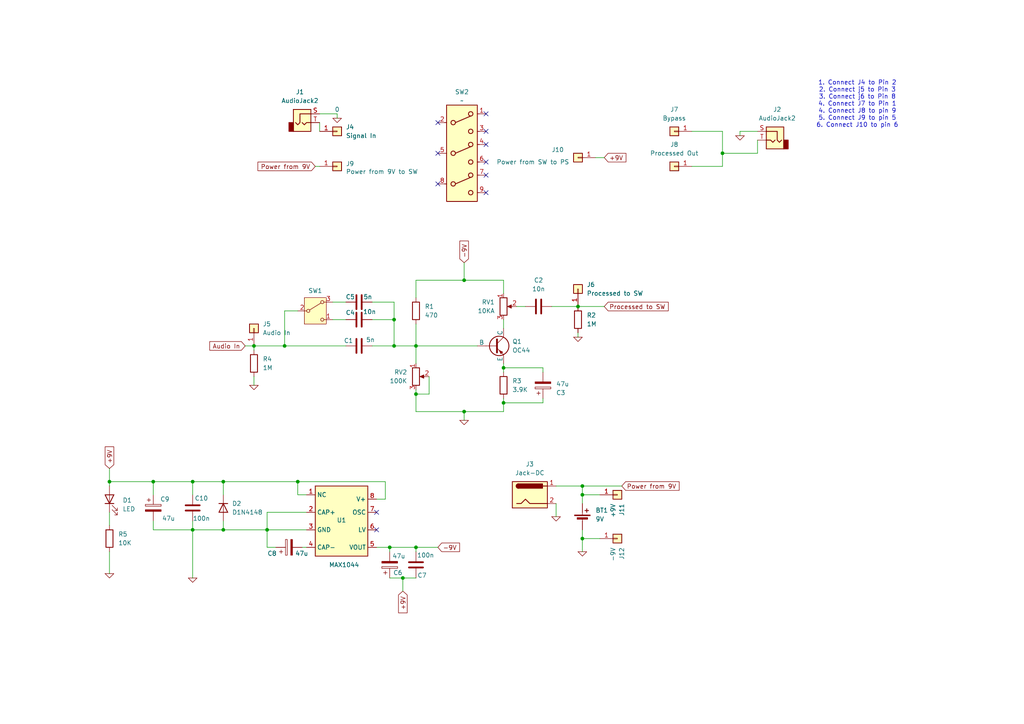
<source format=kicad_sch>
(kicad_sch (version 20231120) (generator "eeschema") (generator_version "8.0")
  (paper "A4")
  (lib_symbols
    (symbol "0_custom:3PDT"
      (property "Reference" "SW" (at -0.254 14.478 0))
      (symbol "3PDT_0_1"
        (rectangle (start -5.08 12.7) (end 3.81 -15.24) (stroke (width 0.254)) (fill (type background)))
        (circle (center -3.175 -10.16) (radius 0.635) (stroke (width 0.254)))
        (circle (center -3.175 -1.27) (radius 0.635) (stroke (width 0.254)))
        (circle (center -3.175 7.62) (radius 0.635) (stroke (width 0.254)))
        (polyline (pts (xy -5.715 -10.16) (xy -5.08 -10.16)))
        (polyline (pts (xy -5.715 -1.27) (xy -5.08 -1.27)))
        (polyline (pts (xy -5.715 7.62) (xy -5.08 7.62)))
        (polyline (pts (xy -2.54 -10.16) (xy 1.905 -8.255)) (stroke (width 0.254)))
        (polyline (pts (xy -2.54 -1.27) (xy 1.905 0.635)) (stroke (width 0.254)))
        (polyline (pts (xy -2.54 7.62) (xy 1.905 9.525)) (stroke (width 0.254)))
        (polyline (pts (xy 4.445 -12.7) (xy 3.81 -12.7)))
        (polyline (pts (xy 4.445 -7.62) (xy 3.81 -7.62)))
        (polyline (pts (xy 4.445 -3.81) (xy 3.81 -3.81)))
        (polyline (pts (xy 4.445 1.27) (xy 3.81 1.27)))
        (polyline (pts (xy 4.445 5.08) (xy 3.81 5.08)))
        (polyline (pts (xy 4.445 10.16) (xy 3.81 10.16)))
        (circle (center 1.905 -12.7) (radius 0.635) (stroke (width 0.254)))
        (circle (center 1.905 -7.62) (radius 0.635) (stroke (width 0.254)))
        (circle (center 1.905 -3.81) (radius 0.635) (stroke (width 0.254)))
        (circle (center 1.905 1.27) (radius 0.635) (stroke (width 0.254)))
        (circle (center 1.905 5.08) (radius 0.635) (stroke (width 0.254)))
        (circle (center 1.905 10.16) (radius 0.635) (stroke (width 0.254)))
      )
      (symbol "3PDT_1_1"
        (pin output line (at 6.35 10.16 180) (length 2.54) (name "") (number "1"))
        (pin input line (at -7.62 7.62 0) (length 2.54) (name "") (number "2"))
        (pin output line (at 6.35 5.08 180) (length 2.54) (name "") (number "3"))
        (pin output line (at 6.35 1.27 180) (length 2.54) (name "") (number "4"))
        (pin input line (at -7.62 -1.27 0) (length 2.54) (name "") (number "5"))
        (pin output line (at 6.35 -3.81 180) (length 2.54) (name "") (number "6"))
        (pin output line (at 6.35 -7.62 180) (length 2.54) (name "") (number "7"))
        (pin input line (at -7.62 -10.16 0) (length 2.54) (name "") (number "8"))
        (pin output line (at 6.35 -12.7 180) (length 2.54) (name "") (number "9"))
      )
    )
    (symbol "Connector:Jack-DC" (pin_names (offset 1.016))
      (property "Reference" "J" (at 0 5.334 0))
      (property "Value" "Jack-DC" (at 0 -5.08 0))
      (symbol "Jack-DC_0_1"
        (rectangle (start -5.08 3.81) (end 5.08 -3.81) (stroke (width 0.254)) (fill (type background)))
        (arc (start -3.302 3.175) (mid -3.9343 2.54) (end -3.302 1.905) (stroke (width 0.254)))
        (arc (start -3.302 3.175) (mid -3.9343 2.54) (end -3.302 1.905) (stroke (width 0.254)) (fill (type outline)))
        (polyline (pts (xy 5.08 2.54) (xy 3.81 2.54)) (stroke (width 0.254)))
        (polyline (pts (xy -3.81 -2.54) (xy -2.54 -2.54) (xy -1.27 -1.27) (xy 0 -2.54) (xy 2.54 -2.54) (xy 5.08 -2.54)) (stroke (width 0.254)))
        (rectangle (start 3.683 3.175) (end -3.302 1.905) (stroke (width 0.254)) (fill (type outline)))
      )
      (symbol "Jack-DC_1_1"
        (pin passive line (at 7.62 2.54 180) (length 2.54) (name "~") (number "1"))
        (pin passive line (at 7.62 -2.54 180) (length 2.54) (name "~") (number "2"))
      )
    )
    (symbol "Connector_Audio:AudioJack2"
      (property "Reference" "J" (at 0 8.89 0))
      (property "Value" "AudioJack2" (at 0 6.35 0))
      (symbol "AudioJack2_0_1"
        (rectangle (start -3.81 0) (end -2.54 -2.54) (stroke (width 0.254)) (fill (type outline)))
        (rectangle (start -2.54 3.81) (end 2.54 -2.54) (stroke (width 0.254)) (fill (type background)))
        (polyline (pts (xy 0 0) (xy 0.635 -0.635) (xy 1.27 0) (xy 2.54 0)) (stroke (width 0.254)))
        (polyline (pts (xy 2.54 2.54) (xy -0.635 2.54) (xy -0.635 0) (xy -1.27 -0.635) (xy -1.905 0)) (stroke (width 0.254)))
      )
      (symbol "AudioJack2_1_1"
        (pin passive line (at 5.08 2.54 180) (length 2.54) (name "~") (number "S"))
        (pin passive line (at 5.08 0 180) (length 2.54) (name "~") (number "T"))
      )
    )
    (symbol "Connector_Generic:Conn_01x01" (pin_names (offset 1.016) hide)
      (property "Reference" "J" (at 0 2.54 0))
      (property "Value" "Conn_01x01" (at 0 -2.54 0))
      (symbol "Conn_01x01_1_1"
        (rectangle (start -1.27 0.127) (end 0 -0.127) (stroke (width 0.1524)))
        (rectangle (start -1.27 1.27) (end 1.27 -1.27) (stroke (width 0.254)) (fill (type background)))
        (pin passive line (at -5.08 0 0) (length 3.81) (name "Pin_1") (number "1"))
      )
    )
    (symbol "Device:Battery_Cell" (pin_numbers hide) (pin_names (offset 0) hide)
      (property "Reference" "BT" (at 2.54 2.54 0))
      (property "Value" "Battery_Cell" (at 2.54 0 0))
      (symbol "Battery_Cell_0_1"
        (rectangle (start -2.286 1.778) (end 2.286 1.524) (fill (type outline)))
        (rectangle (start -1.524 1.016) (end 1.524 0.508) (fill (type outline)))
        (polyline (pts (xy 0 0.762) (xy 0 0)))
        (polyline (pts (xy 0 1.778) (xy 0 2.54)))
        (polyline (pts (xy 0.762 3.048) (xy 1.778 3.048)) (stroke (width 0.254)))
        (polyline (pts (xy 1.27 3.556) (xy 1.27 2.54)) (stroke (width 0.254)))
      )
      (symbol "Battery_Cell_1_1"
        (pin passive line (at 0 5.08 270) (length 2.54) (name "+") (number "1"))
        (pin passive line (at 0 -2.54 90) (length 2.54) (name "-") (number "2"))
      )
    )
    (symbol "Device:C" (pin_numbers hide) (pin_names (offset 0.254))
      (property "Reference" "C" (at 0.635 2.54 0))
      (property "Value" "C" (at 0.635 -2.54 0))
      (symbol "C_0_1"
        (polyline (pts (xy -2.032 -0.762) (xy 2.032 -0.762)) (stroke (width 0.508)))
        (polyline (pts (xy -2.032 0.762) (xy 2.032 0.762)) (stroke (width 0.508)))
      )
      (symbol "C_1_1"
        (pin passive line (at 0 3.81 270) (length 2.794) (name "~") (number "1"))
        (pin passive line (at 0 -3.81 90) (length 2.794) (name "~") (number "2"))
      )
    )
    (symbol "Device:C_Polarized" (pin_numbers hide) (pin_names (offset 0.254))
      (property "Reference" "C" (at 0.635 2.54 0))
      (property "Value" "C_Polarized" (at 0.635 -2.54 0))
      (symbol "C_Polarized_0_1"
        (rectangle (start -2.286 0.508) (end 2.286 1.016))
        (polyline (pts (xy -1.778 2.286) (xy -0.762 2.286)))
        (polyline (pts (xy -1.27 2.794) (xy -1.27 1.778)))
        (rectangle (start 2.286 -0.508) (end -2.286 -1.016) (fill (type outline)))
      )
      (symbol "C_Polarized_1_1"
        (pin passive line (at 0 3.81 270) (length 2.794) (name "~") (number "1"))
        (pin passive line (at 0 -3.81 90) (length 2.794) (name "~") (number "2"))
      )
    )
    (symbol "Device:D" (pin_numbers hide) (pin_names (offset 1.016) hide)
      (property "Reference" "D" (at 0 2.54 0))
      (property "Value" "D" (at 0 -2.54 0))
      (symbol "D_0_1"
        (polyline (pts (xy -1.27 1.27) (xy -1.27 -1.27)) (stroke (width 0.254)))
        (polyline (pts (xy 1.27 0) (xy -1.27 0)))
        (polyline (pts (xy 1.27 1.27) (xy 1.27 -1.27) (xy -1.27 0) (xy 1.27 1.27)) (stroke (width 0.254)))
      )
      (symbol "D_1_1"
        (pin passive line (at -3.81 0 0) (length 2.54) (name "K") (number "1"))
        (pin passive line (at 3.81 0 180) (length 2.54) (name "A") (number "2"))
      )
    )
    (symbol "Device:LED" (pin_numbers hide) (pin_names (offset 1.016) hide)
      (property "Reference" "D" (at 0 2.54 0))
      (property "Value" "LED" (at 0 -2.54 0))
      (symbol "LED_0_1"
        (polyline (pts (xy -1.27 -1.27) (xy -1.27 1.27)) (stroke (width 0.254)))
        (polyline (pts (xy -1.27 0) (xy 1.27 0)))
        (polyline (pts (xy 1.27 -1.27) (xy 1.27 1.27) (xy -1.27 0) (xy 1.27 -1.27)) (stroke (width 0.254)))
        (polyline (pts (xy -3.048 -0.762) (xy -4.572 -2.286) (xy -3.81 -2.286) (xy -4.572 -2.286) (xy -4.572 -1.524)))
        (polyline (pts (xy -1.778 -0.762) (xy -3.302 -2.286) (xy -2.54 -2.286) (xy -3.302 -2.286) (xy -3.302 -1.524)))
      )
      (symbol "LED_1_1"
        (pin passive line (at -3.81 0 0) (length 2.54) (name "K") (number "1"))
        (pin passive line (at 3.81 0 180) (length 2.54) (name "A") (number "2"))
      )
    )
    (symbol "Device:R" (pin_numbers hide) (pin_names (offset 0))
      (property "Reference" "R" (at 2.032 0 90))
      (property "Value" "R" (at 0 0 90))
      (symbol "R_0_1"
        (rectangle (start -1.016 -2.54) (end 1.016 2.54) (stroke (width 0.254)))
      )
      (symbol "R_1_1"
        (pin passive line (at 0 3.81 270) (length 1.27) (name "~") (number "1"))
        (pin passive line (at 0 -3.81 90) (length 1.27) (name "~") (number "2"))
      )
    )
    (symbol "Device:R_Potentiometer" (pin_names (offset 1.016) hide)
      (property "Reference" "RV" (at -4.445 0 90))
      (property "Value" "R_Potentiometer" (at -2.54 0 90))
      (symbol "R_Potentiometer_0_1"
        (polyline (pts (xy 2.54 0) (xy 1.524 0)))
        (polyline (pts (xy 1.143 0) (xy 2.286 0.508) (xy 2.286 -0.508) (xy 1.143 0)) (fill (type outline)))
        (rectangle (start 1.016 2.54) (end -1.016 -2.54) (stroke (width 0.254)))
      )
      (symbol "R_Potentiometer_1_1"
        (pin passive line (at 0 3.81 270) (length 1.27) (name "1") (number "1"))
        (pin passive line (at 3.81 0 180) (length 1.27) (name "2") (number "2"))
        (pin passive line (at 0 -3.81 90) (length 1.27) (name "3") (number "3"))
      )
    )
    (symbol "Regulator_SwitchedCapacitor:MAX1044"
      (property "Reference" "U1" (at 0 15.24 0))
      (property "Value" "MAX1044" (at 0 12.7 0))
      (symbol "MAX1044_0_1"
        (rectangle (start -7.62 10.16) (end 7.62 -10.16) (stroke (width 0.254)) (fill (type background)))
      )
      (symbol "MAX1044_1_1"
        (pin input line (at -10.16 7.62 0) (length 2.54) (name "NC") (number "1"))
        (pin input line (at -10.16 2.54 0) (length 2.54) (name "CAP+") (number "2"))
        (pin power_in line (at -10.16 -2.54 0) (length 2.54) (name "GND") (number "3"))
        (pin input line (at -10.16 -7.62 0) (length 2.54) (name "CAP-") (number "4"))
        (pin power_out line (at 10.16 -7.62 180) (length 2.54) (name "VOUT") (number "5"))
        (pin input line (at 10.16 -2.54 180) (length 2.54) (name "LV") (number "6"))
        (pin input line (at 10.16 2.54 180) (length 2.54) (name "OSC") (number "7"))
        (pin power_in line (at 10.16 6.35 180) (length 2.54) (name "V+") (number "8"))
      )
    )
    (symbol "Simulation_SPICE:0" (power) (pin_numbers hide) (pin_names (offset 0) hide)
      (property "Value" "0" (at 0 -2.54 0))
      (symbol "0_0_1"
        (polyline (pts (xy -1.27 0) (xy 0 -1.27) (xy 1.27 0) (xy -1.27 0)))
      )
      (symbol "0_1_1"
        (pin power_in line (at 0 0 0) (length 0) (name "~") (number "1"))
      )
    )
    (symbol "Simulation_SPICE:PNP" (pin_numbers hide) (pin_names (offset 0))
      (property "Reference" "Q" (at -2.54 7.62 0))
      (property "Value" "PNP" (at -2.54 5.08 0))
      (symbol "PNP_0_1"
        (polyline (pts (xy -2.54 0) (xy 0.635 0)) (stroke (width 0.1524)))
        (polyline (pts (xy 0.635 0.635) (xy 2.54 2.54)))
        (polyline (pts (xy 0.635 -0.635) (xy 2.54 -2.54) (xy 2.54 -2.54)))
        (polyline (pts (xy 0.635 1.905) (xy 0.635 -1.905) (xy 0.635 -1.905)) (stroke (width 0.508)))
        (polyline (pts (xy 2.286 -1.778) (xy 1.778 -2.286) (xy 1.27 -1.27) (xy 2.286 -1.778) (xy 2.286 -1.778)) (fill (type outline)))
        (circle (center 1.27 0) (radius 2.8194) (stroke (width 0.254)))
      )
      (symbol "PNP_1_1"
        (pin open_collector line (at 2.54 5.08 270) (length 2.54) (name "C") (number "1"))
        (pin input line (at -5.08 0 0) (length 2.54) (name "B") (number "2"))
        (pin open_emitter line (at 2.54 -5.08 90) (length 2.54) (name "E") (number "3"))
      )
    )
    (symbol "Switch:SW_Nidec_CAS-120A1" (pin_names (offset 1) hide)
      (property "Reference" "SW" (at 0 4.318 0))
      (property "Value" "SW_Nidec_CAS-120A1" (at 0 -5.08 0))
      (symbol "SW_Nidec_CAS-120A1_0_1"
        (circle (center -2.032 0) (radius 0.4572))
        (polyline (pts (xy -1.651 0.254) (xy 1.651 2.286)))
        (circle (center 2.032 -2.54) (radius 0.4572))
        (circle (center 2.032 2.54) (radius 0.4572))
      )
      (symbol "SW_Nidec_CAS-120A1_1_1"
        (rectangle (start -3.175 3.81) (end 3.175 -3.81) (fill (type background)))
        (pin passive line (at 5.08 -2.54 180) (length 2.54) (name "C") (number "1"))
        (pin passive line (at -5.08 0 0) (length 2.54) (name "B") (number "2"))
        (pin passive line (at 5.08 2.54 180) (length 2.54) (name "A") (number "3"))
      )
    )
  )
  (junction (at 146.05 106.68))
  (junction (at 86.36 139.7))
  (junction (at 113.03 158.75))
  (junction (at 209.55 44.45))
  (junction (at 120.65 100.33))
  (junction (at 168.91 143.51))
  (junction (at 116.84 167.64))
  (junction (at 64.77 139.7))
  (junction (at 114.3 92.71))
  (junction (at 120.65 158.75))
  (junction (at 31.75 139.7))
  (junction (at 73.66 100.33))
  (junction (at 114.3 100.33))
  (junction (at 134.62 81.28))
  (junction (at 120.65 114.3))
  (junction (at 167.64 88.9))
  (junction (at 77.47 153.67))
  (junction (at 168.91 140.97))
  (junction (at 134.62 119.38))
  (junction (at 55.88 139.7))
  (junction (at 168.91 156.21))
  (junction (at 82.55 100.33))
  (junction (at 146.05 116.84))
  (junction (at 44.45 139.7))
  (junction (at 55.88 153.67))
  (junction (at 64.77 153.67))
  (no_connect (at 140.97 46.99))
  (no_connect (at 140.97 41.91))
  (no_connect (at 127 53.34))
  (no_connect (at 140.97 50.8))
  (no_connect (at 127 44.45))
  (no_connect (at 127 35.56))
  (no_connect (at 109.22 148.59))
  (no_connect (at 140.97 38.1))
  (no_connect (at 140.97 33.02))
  (no_connect (at 140.97 55.88))
  (no_connect (at 109.22 153.67))
  (wire (pts (xy 157.48 107.95) (xy 157.48 106.68)))
  (wire (pts (xy 134.62 119.38) (xy 134.62 121.92)))
  (wire (pts (xy 167.64 97.79) (xy 167.64 96.52)))
  (wire (pts (xy 120.65 158.75) (xy 127 158.75)))
  (wire (pts (xy 88.9 148.59) (xy 77.47 148.59)))
  (wire (pts (xy 55.88 139.7) (xy 64.77 139.7)))
  (wire (pts (xy 44.45 151.13) (xy 44.45 153.67)))
  (wire (pts (xy 73.66 100.33) (xy 82.55 100.33)))
  (wire (pts (xy 134.62 119.38) (xy 146.05 119.38)))
  (wire (pts (xy 64.77 153.67) (xy 77.47 153.67)))
  (wire (pts (xy 149.86 88.9) (xy 152.4 88.9)))
  (wire (pts (xy 92.71 38.1) (xy 92.71 35.56)))
  (wire (pts (xy 73.66 109.22) (xy 73.66 111.76)))
  (wire (pts (xy 134.62 81.28) (xy 146.05 81.28)))
  (wire (pts (xy 77.47 153.67) (xy 88.9 153.67)))
  (wire (pts (xy 168.91 153.67) (xy 168.91 156.21)))
  (wire (pts (xy 146.05 81.28) (xy 146.05 85.09)))
  (wire (pts (xy 31.75 160.02) (xy 31.75 166.37)))
  (wire (pts (xy 114.3 92.71) (xy 114.3 100.33)))
  (wire (pts (xy 168.91 143.51) (xy 173.99 143.51)))
  (wire (pts (xy 219.71 44.45) (xy 219.71 40.64)))
  (wire (pts (xy 214.63 39.37) (xy 214.63 38.1)))
  (wire (pts (xy 107.95 92.71) (xy 114.3 92.71)))
  (wire (pts (xy 96.52 92.71) (xy 100.33 92.71)))
  (wire (pts (xy 120.65 114.3) (xy 120.65 119.38)))
  (wire (pts (xy 120.65 100.33) (xy 138.43 100.33)))
  (wire (pts (xy 82.55 90.17) (xy 82.55 100.33)))
  (wire (pts (xy 44.45 153.67) (xy 55.88 153.67)))
  (wire (pts (xy 120.65 100.33) (xy 120.65 105.41)))
  (wire (pts (xy 113.03 158.75) (xy 120.65 158.75)))
  (wire (pts (xy 209.55 44.45) (xy 219.71 44.45)))
  (wire (pts (xy 91.44 48.26) (xy 92.71 48.26)))
  (wire (pts (xy 114.3 87.63) (xy 114.3 92.71)))
  (wire (pts (xy 86.36 139.7) (xy 86.36 143.51)))
  (wire (pts (xy 146.05 115.57) (xy 146.05 116.84)))
  (wire (pts (xy 146.05 106.68) (xy 146.05 107.95)))
  (wire (pts (xy 107.95 87.63) (xy 114.3 87.63)))
  (wire (pts (xy 44.45 143.51) (xy 44.45 139.7)))
  (wire (pts (xy 157.48 115.57) (xy 157.48 116.84)))
  (wire (pts (xy 31.75 148.59) (xy 31.75 152.4)))
  (wire (pts (xy 168.91 140.97) (xy 180.34 140.97)))
  (wire (pts (xy 31.75 139.7) (xy 44.45 139.7)))
  (wire (pts (xy 209.55 38.1) (xy 209.55 44.45)))
  (wire (pts (xy 146.05 116.84) (xy 157.48 116.84)))
  (wire (pts (xy 31.75 139.7) (xy 31.75 140.97)))
  (wire (pts (xy 82.55 100.33) (xy 100.33 100.33)))
  (wire (pts (xy 168.91 146.05) (xy 168.91 143.51)))
  (wire (pts (xy 113.03 167.64) (xy 116.84 167.64)))
  (wire (pts (xy 120.65 167.64) (xy 116.84 167.64)))
  (wire (pts (xy 55.88 151.13) (xy 55.88 153.67)))
  (wire (pts (xy 168.91 143.51) (xy 168.91 140.97)))
  (wire (pts (xy 161.29 146.05) (xy 161.29 149.86)))
  (wire (pts (xy 77.47 153.67) (xy 77.47 158.75)))
  (wire (pts (xy 168.91 156.21) (xy 168.91 160.02)))
  (wire (pts (xy 114.3 100.33) (xy 120.65 100.33)))
  (wire (pts (xy 214.63 38.1) (xy 219.71 38.1)))
  (wire (pts (xy 146.05 92.71) (xy 146.05 95.25)))
  (wire (pts (xy 116.84 167.64) (xy 116.84 171.45)))
  (wire (pts (xy 124.46 114.3) (xy 124.46 109.22)))
  (wire (pts (xy 120.65 113.03) (xy 120.65 114.3)))
  (wire (pts (xy 64.77 139.7) (xy 86.36 139.7)))
  (wire (pts (xy 64.77 151.13) (xy 64.77 153.67)))
  (wire (pts (xy 175.26 45.72) (xy 172.72 45.72)))
  (wire (pts (xy 77.47 148.59) (xy 77.47 153.67)))
  (wire (pts (xy 200.66 38.1) (xy 209.55 38.1)))
  (wire (pts (xy 86.36 143.51) (xy 88.9 143.51)))
  (wire (pts (xy 97.79 33.02) (xy 92.71 33.02)))
  (wire (pts (xy 55.88 139.7) (xy 55.88 143.51)))
  (wire (pts (xy 55.88 153.67) (xy 55.88 167.64)))
  (wire (pts (xy 55.88 153.67) (xy 64.77 153.67)))
  (wire (pts (xy 107.95 100.33) (xy 114.3 100.33)))
  (wire (pts (xy 209.55 48.26) (xy 209.55 44.45)))
  (wire (pts (xy 113.03 158.75) (xy 113.03 160.02)))
  (wire (pts (xy 160.02 88.9) (xy 167.64 88.9)))
  (wire (pts (xy 73.66 100.33) (xy 73.66 101.6)))
  (wire (pts (xy 200.66 48.26) (xy 209.55 48.26)))
  (wire (pts (xy 109.22 158.75) (xy 113.03 158.75)))
  (wire (pts (xy 120.65 119.38) (xy 134.62 119.38)))
  (wire (pts (xy 167.64 88.9) (xy 175.26 88.9)))
  (wire (pts (xy 86.36 90.17) (xy 82.55 90.17)))
  (wire (pts (xy 120.65 160.02) (xy 120.65 158.75)))
  (wire (pts (xy 146.05 119.38) (xy 146.05 116.84)))
  (wire (pts (xy 71.12 100.33) (xy 73.66 100.33)))
  (wire (pts (xy 146.05 106.68) (xy 157.48 106.68)))
  (wire (pts (xy 64.77 139.7) (xy 64.77 143.51)))
  (wire (pts (xy 111.76 144.78) (xy 109.22 144.78)))
  (wire (pts (xy 96.52 87.63) (xy 100.33 87.63)))
  (wire (pts (xy 146.05 105.41) (xy 146.05 106.68)))
  (wire (pts (xy 31.75 135.89) (xy 31.75 139.7)))
  (wire (pts (xy 134.62 81.28) (xy 120.65 81.28)))
  (wire (pts (xy 168.91 156.21) (xy 173.99 156.21)))
  (wire (pts (xy 120.65 114.3) (xy 124.46 114.3)))
  (wire (pts (xy 97.79 34.29) (xy 97.79 33.02)))
  (wire (pts (xy 87.63 158.75) (xy 88.9 158.75)))
  (wire (pts (xy 161.29 140.97) (xy 168.91 140.97)))
  (wire (pts (xy 44.45 139.7) (xy 55.88 139.7)))
  (wire (pts (xy 77.47 158.75) (xy 80.01 158.75)))
  (wire (pts (xy 134.62 76.2) (xy 134.62 81.28)))
  (wire (pts (xy 120.65 93.98) (xy 120.65 100.33)))
  (wire (pts (xy 120.65 81.28) (xy 120.65 86.36)))
  (wire (pts (xy 111.76 144.78) (xy 111.76 139.7)))
  (wire (pts (xy 111.76 139.7) (xy 86.36 139.7)))
  (text "1. Connect J4 to Pin 2\n2. Connect j5 to Pin 3\n3. Connect j6 to Pin 8\n4. Connect J7 to Pin 1\n4. Connect J8 to pin 9\n5. Connect J9 to pin 5\n6. Connect J10 to pin 6" (at 248.666 30.226 0) (effects (font (size 1.27 1.27))))
  (global_label "+9V" (shape input) (at 116.84 171.45 270) (property "Intersheetrefs" "${INTERSHEET_REFS}" (effects (hide yes))))
  (global_label "Audio In" (shape input) (at 71.12 100.33 180) (property "Intersheetrefs" "${INTERSHEET_REFS}" (effects (hide yes))))
  (global_label "+9V" (shape input) (at 175.26 45.72 0) (property "Intersheetrefs" "${INTERSHEET_REFS}" (effects (hide yes))))
  (global_label "-9V" (shape input) (at 134.62 76.2 90) (property "Intersheetrefs" "${INTERSHEET_REFS}" (effects (hide yes))))
  (global_label "Power from 9V" (shape input) (at 91.44 48.26 180) (property "Intersheetrefs" "${INTERSHEET_REFS}" (effects (hide yes))))
  (global_label "Power from 9V" (shape input) (at 180.34 140.97 0) (property "Intersheetrefs" "${INTERSHEET_REFS}" (effects (hide yes))))
  (global_label "Processed to SW" (shape input) (at 175.26 88.9 0) (property "Intersheetrefs" "${INTERSHEET_REFS}" (effects (hide yes))))
  (global_label "-9V" (shape input) (at 127 158.75 0) (property "Intersheetrefs" "${INTERSHEET_REFS}" (effects (hide yes))))
  (global_label "+9V" (shape input) (at 31.75 135.89 90) (property "Intersheetrefs" "${INTERSHEET_REFS}" (effects (hide yes))))
  (symbol (lib_id "Regulator_SwitchedCapacitor:MAX1044") (at 99.06 151.13 0) (unit 1)
    (property "Reference" "U1" (at 99.06 150.876 0))
    (property "Value" "MAX1044" (at 99.822 163.83 0))
    (property "Footprint" "Package_DIP:DIP-8_W10.16mm" (effects (hide yes)))
    (property "Datasheet" "http://datasheets.maximintegrated.com/en/ds/ICL7660-MAX1044.pdf" (effects (hide yes)))
    (property "Description" "Switched-Capacitor Voltage Converter, 1.5V to 10.0V operating supply voltage, 10mA with a 0.5V output drop, SO-8/DIP-8/µMAX-8/TO-99" (effects (hide yes)))
  )
  (symbol (lib_id "Connector_Generic:Conn_01x01") (at 73.66 95.25 90) (unit 1)
    (property "Reference" "J5" (at 76.2 93.9799 90) (effects (justify right)))
    (property "Value" "Audio In" (at 76.2 96.5199 90) (effects (justify right)))
    (property "Footprint" "Connector_Wire:SolderWire-0.25sqmm_1x01_D0.65mm_OD2mm" (effects (hide yes)))
    (property "Description" "Generic connector, single row, 01x01, script generated (kicad-library-utils/schlib/autogen/connector/)" (effects (hide yes)))
  )
  (symbol (lib_id "Device:C_Polarized") (at 44.45 147.32 0) (unit 1)
    (property "Reference" "C9" (at 46.482 144.78 0) (effects (justify left)))
    (property "Value" "47u" (at 46.99 150.368 0) (effects (justify left)))
    (property "Footprint" "Capacitor_THT:C_Radial_D6.3mm_H11.0mm_P2.50mm" (effects (hide yes)))
    (property "Description" "250PK0R47MEFC6.3X11" (effects (hide yes)))
  )
  (symbol (lib_id "Switch:SW_Nidec_CAS-120A1") (at 91.44 90.17 0) (unit 1)
    (property "Reference" "SW1" (at 91.44 84.328 0))
    (property "Value" "SW_Nidec_CAS-120A1" (effects (hide yes)))
    (property "Footprint" "Button_Switch_THT:SW_Slide_SPDT_Straight_CK_OS102011MS2Q" (effects (hide yes)))
    (property "Datasheet" "https://www.nidec-components.com/e/catalog/switch/cas.pdf" (effects (hide yes)))
    (property "Description" "Switch, single pole double throw" (effects (hide yes)))
  )
  (symbol (lib_id "Device:C") (at 156.21 88.9 270) (unit 1)
    (property "Reference" "C2" (at 156.21 81.28 90))
    (property "Value" "10n" (at 156.21 83.82 90))
    (property "Footprint" "Capacitor_THT:C_Disc_D9.0mm_W5.0mm_P10.00mm" (effects (hide yes)))
    (property "Description" "564R30GAS10" (effects (hide yes)))
  )
  (symbol (lib_id "Simulation_SPICE:0") (at 168.91 160.02 0) (unit 1)
    (property "Reference" "#GND09" (effects (hide yes)))
    (property "Value" "0" (effects (hide yes)))
    (property "Datasheet" "https://ngspice.sourceforge.io/docs/ngspice-html-manual/manual.xhtml#subsec_Circuit_elements__device" (effects (hide yes)))
    (property "Description" "0V reference potential for simulation" (effects (hide yes)))
  )
  (symbol (lib_id "Connector_Generic:Conn_01x01") (at 179.07 156.21 0) (unit 1)
    (property "Reference" "J12" (at 180.3401 158.75 90) (effects (justify right)))
    (property "Value" "-9V" (at 177.8001 158.75 90) (effects (justify right)))
    (property "Footprint" "Connector_Wire:SolderWire-0.25sqmm_1x01_D0.65mm_OD2mm" (effects (hide yes)))
    (property "Description" "Generic connector, single row, 01x01, script generated (kicad-library-utils/schlib/autogen/connector/)" (effects (hide yes)))
  )
  (symbol (lib_id "Device:C") (at 120.65 163.83 180) (unit 1)
    (property "Reference" "C7" (at 122.428 166.878 0))
    (property "Value" "100n" (at 123.444 161.036 0))
    (property "Footprint" "Capacitor_THT:C_Disc_D4.3mm_W1.9mm_P5.00mm" (effects (hide yes)))
    (property "Description" "K104K15X7RF5TH5" (effects (hide yes)))
  )
  (symbol (lib_id "Connector_Generic:Conn_01x01") (at 167.64 45.72 180) (unit 1)
    (property "Reference" "J10" (at 163.576 43.434 0) (effects (justify left)))
    (property "Value" "Power from SW to PS" (at 165.1 46.99 0) (effects (justify left)))
    (property "Footprint" "Connector_Wire:SolderWire-0.25sqmm_1x01_D0.65mm_OD2mm" (effects (hide yes)))
    (property "Description" "Generic connector, single row, 01x01, script generated (kicad-library-utils/schlib/autogen/connector/)" (effects (hide yes)))
  )
  (symbol (lib_id "Connector_Generic:Conn_01x01") (at 97.79 48.26 0) (unit 1)
    (property "Reference" "J9" (at 100.33 47.498 0) (effects (justify left)))
    (property "Value" "Power from 9V to SW" (at 100.33 49.784 0) (effects (justify left)))
    (property "Footprint" "Connector_Wire:SolderWire-0.25sqmm_1x01_D0.65mm_OD2mm" (effects (hide yes)))
    (property "Description" "Generic connector, single row, 01x01, script generated (kicad-library-utils/schlib/autogen/connector/)" (effects (hide yes)))
  )
  (symbol (lib_id "Device:C") (at 104.14 87.63 270) (unit 1)
    (property "Reference" "C5" (at 101.6 86.106 90))
    (property "Value" "5n" (at 106.68 86.106 90))
    (property "Footprint" "Capacitor_THT:C_Disc_D9.0mm_W5.0mm_P10.00mm" (effects (hide yes)))
    (property "Description" "S502M75Z5UR83L0R" (effects (hide yes)))
  )
  (symbol (lib_id "Device:R") (at 167.64 92.71 0) (unit 1)
    (property "Reference" "R2" (at 170.18 91.4399 0) (effects (justify left)))
    (property "Value" "1M" (at 170.18 93.9799 0) (effects (justify left)))
    (property "Footprint" "Resistor_THT:R_Axial_DIN0207_L6.3mm_D2.5mm_P7.62mm_Horizontal" (effects (hide yes)))
    (property "Description" "VR25000001004JR500" (effects (hide yes)))
  )
  (symbol (lib_id "Simulation_SPICE:0") (at 161.29 149.86 0) (unit 1)
    (property "Reference" "#GND08" (effects (hide yes)))
    (property "Value" "0" (effects (hide yes)))
    (property "Datasheet" "https://ngspice.sourceforge.io/docs/ngspice-html-manual/manual.xhtml#subsec_Circuit_elements__device" (effects (hide yes)))
    (property "Description" "0V reference potential for simulation" (effects (hide yes)))
  )
  (symbol (lib_id "Simulation_SPICE:0") (at 167.64 97.79 0) (unit 1)
    (property "Reference" "#GND02" (effects (hide yes)))
    (property "Value" "0" (effects (hide yes)))
    (property "Datasheet" "https://ngspice.sourceforge.io/docs/ngspice-html-manual/manual.xhtml#subsec_Circuit_elements__device" (effects (hide yes)))
    (property "Description" "0V reference potential for simulation" (effects (hide yes)))
  )
  (symbol (lib_id "Connector_Generic:Conn_01x01") (at 195.58 38.1 180) (unit 1)
    (property "Reference" "J7" (at 195.58 31.75 0))
    (property "Value" "Bypass" (at 195.58 34.29 0))
    (property "Footprint" "Connector_Wire:SolderWire-0.25sqmm_1x01_D0.65mm_OD2mm" (effects (hide yes)))
    (property "Description" "Generic connector, single row, 01x01, script generated (kicad-library-utils/schlib/autogen/connector/)" (effects (hide yes)))
  )
  (symbol (lib_id "Device:C") (at 104.14 92.71 270) (unit 1)
    (property "Reference" "C4" (at 101.6 90.678 90))
    (property "Value" "10n" (at 107.188 90.424 90))
    (property "Footprint" "Capacitor_THT:C_Disc_D9.0mm_W5.0mm_P10.00mm" (effects (hide yes)))
    (property "Description" "564R30GAS10" (effects (hide yes)))
  )
  (symbol (lib_id "Device:R_Potentiometer") (at 146.05 88.9 0) (unit 1)
    (property "Reference" "RV1" (at 143.51 87.6299 0) (effects (justify right)))
    (property "Value" "10KA" (at 143.51 90.1699 0) (effects (justify right)))
    (property "Footprint" "Potentiometer_THT:Potentiometer_Alpha_RD901F-40-00D_Single_Vertical" (effects (hide yes)))
    (property "Description" "Potentiometer" (effects (hide yes)))
  )
  (symbol (lib_id "Connector_Audio:AudioJack2") (at 87.63 35.56 0) (unit 1)
    (property "Reference" "J1" (at 86.995 26.67 0))
    (property "Value" "AudioJack2" (at 86.995 29.21 0))
    (property "Footprint" "Connector_Audio:Jack_6.35mm_Neutrik_NMJ6HCD2_Horizontal" (effects (hide yes)))
    (property "Description" "Audio Jack, 2 Poles (Mono / TS)" (effects (hide yes)))
  )
  (symbol (lib_id "Simulation_SPICE:0") (at 31.75 166.37 0) (unit 1)
    (property "Reference" "#GND04" (effects (hide yes)))
    (property "Value" "0" (effects (hide yes)))
    (property "Datasheet" "https://ngspice.sourceforge.io/docs/ngspice-html-manual/manual.xhtml#subsec_Circuit_elements__device" (effects (hide yes)))
    (property "Description" "0V reference potential for simulation" (effects (hide yes)))
  )
  (symbol (lib_id "Device:D") (at 64.77 147.32 270) (unit 1)
    (property "Reference" "D2" (at 67.31 146.0499 90) (effects (justify left)))
    (property "Value" "D1N4148" (at 67.31 148.5899 90) (effects (justify left)))
    (property "Footprint" "Diode_THT:D_DO-34_SOD68_P7.62mm_Horizontal" (effects (hide yes)))
    (property "Description" "Diode" (effects (hide yes)))
    (property "Sim.Device" "D" (effects (hide yes)))
    (property "Sim.Pins" "1=K 2=A" (effects (hide yes)))
  )
  (symbol (lib_id "Device:C_Polarized") (at 113.03 163.83 0) (mirror x) (unit 1)
    (property "Reference" "C6" (at 114.046 166.116 0) (effects (justify left)))
    (property "Value" "47u" (at 113.792 161.29 0) (effects (justify left)))
    (property "Footprint" "Capacitor_THT:C_Radial_D6.3mm_H11.0mm_P2.50mm" (effects (hide yes)))
    (property "Description" "250PK0R47MEFC6.3X11" (effects (hide yes)))
  )
  (symbol (lib_id "Simulation_SPICE:0") (at 97.79 34.29 0) (unit 1)
    (property "Reference" "#GND07" (effects (hide yes)))
    (property "Value" "0" (at 97.79 31.75 0))
    (property "Datasheet" "https://ngspice.sourceforge.io/docs/ngspice-html-manual/manual.xhtml#subsec_Circuit_elements__device" (effects (hide yes)))
    (property "Description" "0V reference potential for simulation" (effects (hide yes)))
  )
  (symbol (lib_id "Device:C") (at 104.14 100.33 270) (unit 1)
    (property "Reference" "C1" (at 101.092 98.806 90))
    (property "Value" "5n" (at 107.442 98.552 90))
    (property "Footprint" "Capacitor_THT:C_Disc_D9.0mm_W5.0mm_P10.00mm" (effects (hide yes)))
    (property "Description" "S502M75Z5UR83L0R" (effects (hide yes)))
  )
  (symbol (lib_id "Device:R") (at 73.66 105.41 0) (unit 1)
    (property "Reference" "R4" (at 76.2 104.1399 0) (effects (justify left)))
    (property "Value" "1M" (at 76.2 106.6799 0) (effects (justify left)))
    (property "Footprint" "Resistor_THT:R_Axial_DIN0207_L6.3mm_D2.5mm_P7.62mm_Horizontal" (effects (hide yes)))
    (property "Description" "VR25000001004JR500" (effects (hide yes)))
  )
  (symbol (lib_id "Connector:Jack-DC") (at 153.67 143.51 0) (unit 1)
    (property "Reference" "J3" (at 153.67 134.62 0))
    (property "Value" "Jack-DC" (at 153.67 137.16 0))
    (property "Footprint" "Connector_BarrelJack:BarrelJack_GCT_DCJ200-10-A_Horizontal" (effects (hide yes)))
    (property "Description" "DC Barrel Jack" (effects (hide yes)))
  )
  (symbol (lib_id "Device:C_Polarized") (at 157.48 111.76 0) (mirror x) (unit 1)
    (property "Reference" "C3" (at 161.29 113.9191 0) (effects (justify left)))
    (property "Value" "47u" (at 161.29 111.3791 0) (effects (justify left)))
    (property "Footprint" "Capacitor_THT:C_Radial_D6.3mm_H11.0mm_P2.50mm" (effects (hide yes)))
    (property "Description" "250PK0R47MEFC6.3X11" (effects (hide yes)))
  )
  (symbol (lib_id "Device:LED") (at 31.75 144.78 90) (unit 1)
    (property "Reference" "D1" (at 35.56 145.0974 90) (effects (justify right)))
    (property "Value" "LED" (at 35.56 147.6374 90) (effects (justify right)))
    (property "Footprint" "LED_THT:LED_D3.0mm" (effects (hide yes)))
    (property "Description" "Light emitting diode" (effects (hide yes)))
  )
  (symbol (lib_id "0_custom:3PDT") (at 134.62 43.18 0) (unit 1)
    (property "Reference" "SW2" (at 133.985 26.67 0))
    (property "Value" "~" (at 133.985 29.21 0))
  )
  (symbol (lib_id "Simulation_SPICE:0") (at 214.63 39.37 0) (unit 1)
    (property "Reference" "#GND06" (effects (hide yes)))
    (property "Value" "0" (effects (hide yes)))
    (property "Datasheet" "https://ngspice.sourceforge.io/docs/ngspice-html-manual/manual.xhtml#subsec_Circuit_elements__device" (effects (hide yes)))
    (property "Description" "0V reference potential for simulation" (effects (hide yes)))
  )
  (symbol (lib_id "Device:R") (at 31.75 156.21 0) (unit 1)
    (property "Reference" "R5" (at 34.29 154.9399 0) (effects (justify left)))
    (property "Value" "10K" (at 34.29 157.4799 0) (effects (justify left)))
    (property "Footprint" "Resistor_THT:R_Axial_DIN0207_L6.3mm_D2.5mm_P7.62mm_Horizontal" (effects (hide yes)))
    (property "Description" "PR01000101002JA500" (effects (hide yes)))
  )
  (symbol (lib_id "Connector_Generic:Conn_01x01") (at 167.64 83.82 90) (unit 1)
    (property "Reference" "J6" (at 170.18 82.5499 90) (effects (justify right)))
    (property "Value" "Processed to SW" (at 170.18 85.0899 90) (effects (justify right)))
    (property "Footprint" "Connector_Wire:SolderWire-0.25sqmm_1x01_D0.65mm_OD2mm" (effects (hide yes)))
    (property "Description" "Generic connector, single row, 01x01, script generated (kicad-library-utils/schlib/autogen/connector/)" (effects (hide yes)))
  )
  (symbol (lib_id "Device:R") (at 146.05 111.76 0) (unit 1)
    (property "Reference" "R3" (at 148.59 110.4899 0) (effects (justify left)))
    (property "Value" "3.9K" (at 148.59 113.0299 0) (effects (justify left)))
    (property "Footprint" "Resistor_THT:R_Axial_DIN0309_L9.0mm_D3.2mm_P12.70mm_Horizontal" (effects (hide yes)))
    (property "Description" "PR02000203901JR500" (effects (hide yes)))
  )
  (symbol (lib_id "Simulation_SPICE:0") (at 73.66 111.76 0) (unit 1)
    (property "Reference" "#GND03" (effects (hide yes)))
    (property "Value" "0" (effects (hide yes)))
    (property "Datasheet" "https://ngspice.sourceforge.io/docs/ngspice-html-manual/manual.xhtml#subsec_Circuit_elements__device" (effects (hide yes)))
    (property "Description" "0V reference potential for simulation" (effects (hide yes)))
  )
  (symbol (lib_id "Device:R_Potentiometer") (at 120.65 109.22 0) (unit 1)
    (property "Reference" "RV2" (at 118.11 107.9499 0) (effects (justify right)))
    (property "Value" "100K" (at 118.11 110.49 0) (effects (justify right)))
    (property "Footprint" "Potentiometer_THT:Potentiometer_Alpha_RD901F-40-00D_Single_Vertical" (effects (hide yes)))
    (property "Description" "Potentiometer" (effects (hide yes)))
  )
  (symbol (lib_id "Simulation_SPICE:0") (at 55.88 167.64 0) (unit 1)
    (property "Reference" "#GND05" (effects (hide yes)))
    (property "Value" "0" (effects (hide yes)))
    (property "Datasheet" "https://ngspice.sourceforge.io/docs/ngspice-html-manual/manual.xhtml#subsec_Circuit_elements__device" (effects (hide yes)))
    (property "Description" "0V reference potential for simulation" (effects (hide yes)))
  )
  (symbol (lib_id "Device:Battery_Cell") (at 168.91 151.13 0) (unit 1)
    (property "Reference" "BT1" (at 172.72 148.0184 0) (effects (justify left)))
    (property "Value" "9V" (at 172.72 150.5584 0) (effects (justify left)))
    (property "Footprint" "1_Custom:9V" (effects (hide yes)))
    (property "Description" "Single-cell battery" (effects (hide yes)))
  )
  (symbol (lib_id "Simulation_SPICE:0") (at 134.62 121.92 0) (unit 1)
    (property "Reference" "#GND01" (effects (hide yes)))
    (property "Value" "0" (effects (hide yes)))
    (property "Datasheet" "https://ngspice.sourceforge.io/docs/ngspice-html-manual/manual.xhtml#subsec_Circuit_elements__device" (effects (hide yes)))
    (property "Description" "0V reference potential for simulation" (effects (hide yes)))
  )
  (symbol (lib_id "Device:C_Polarized") (at 83.82 158.75 90) (unit 1)
    (property "Reference" "C8" (at 80.264 160.528 90) (effects (justify left)))
    (property "Value" "47u" (at 89.408 160.528 90) (effects (justify left)))
    (property "Footprint" "Capacitor_THT:C_Radial_D6.3mm_H11.0mm_P2.50mm" (effects (hide yes)))
    (property "Description" "250PK0R47MEFC6.3X11" (effects (hide yes)))
  )
  (symbol (lib_id "Device:R") (at 120.65 90.17 0) (unit 1)
    (property "Reference" "R1" (at 123.19 88.8999 0) (effects (justify left)))
    (property "Value" "470" (at 123.19 91.4399 0) (effects (justify left)))
    (property "Footprint" "Resistor_THT:R_Axial_DIN0309_L9.0mm_D3.2mm_P12.70mm_Horizontal" (effects (hide yes)))
    (property "Description" "6-2176611-5" (effects (hide yes)))
  )
  (symbol (lib_id "Device:C") (at 55.88 147.32 180) (unit 1)
    (property "Reference" "C10" (at 58.42 144.526 0))
    (property "Value" "100n" (at 58.42 150.368 0))
    (property "Footprint" "Capacitor_THT:C_Disc_D4.3mm_W1.9mm_P5.00mm" (effects (hide yes)))
    (property "Description" "Unpolarized capacitor" (effects (hide yes)))
  )
  (symbol (lib_id "Connector_Generic:Conn_01x01") (at 97.79 38.1 0) (unit 1)
    (property "Reference" "J4" (at 100.33 36.8299 0) (effects (justify left)))
    (property "Value" "Signal In" (at 100.33 39.3699 0) (effects (justify left)))
    (property "Footprint" "Connector_Wire:SolderWire-0.25sqmm_1x01_D0.65mm_OD2mm" (effects (hide yes)))
    (property "Description" "Generic connector, single row, 01x01, script generated (kicad-library-utils/schlib/autogen/connector/)" (effects (hide yes)))
  )
  (symbol (lib_id "Connector_Audio:AudioJack2") (at 224.79 40.64 0) (mirror y) (unit 1)
    (property "Reference" "J2" (at 225.425 31.75 0))
    (property "Value" "AudioJack2" (at 225.425 34.29 0))
    (property "Footprint" "Connector_Audio:Jack_6.35mm_Neutrik_NMJ6HCD2_Horizontal" (effects (hide yes)))
    (property "Description" "Audio Jack, 2 Poles (Mono / TS)" (effects (hide yes)))
  )
  (symbol (lib_id "Connector_Generic:Conn_01x01") (at 179.07 143.51 0) (unit 1)
    (property "Reference" "J11" (at 180.3401 146.05 90) (effects (justify right)))
    (property "Value" "+9V" (at 177.8001 146.05 90) (effects (justify right)))
    (property "Footprint" "Connector_Wire:SolderWire-0.25sqmm_1x01_D0.65mm_OD2mm" (effects (hide yes)))
    (property "Description" "Generic connector, single row, 01x01, script generated (kicad-library-utils/schlib/autogen/connector/)" (effects (hide yes)))
  )
  (symbol (lib_id "Connector_Generic:Conn_01x01") (at 195.58 48.26 180) (unit 1)
    (property "Reference" "J8" (at 195.58 41.91 0))
    (property "Value" "Processed Out" (at 195.58 44.45 0))
    (property "Footprint" "Connector_Wire:SolderWire-0.25sqmm_1x01_D0.65mm_OD2mm" (effects (hide yes)))
    (property "Description" "Generic connector, single row, 01x01, script generated (kicad-library-utils/schlib/autogen/connector/)" (effects (hide yes)))
  )
  (symbol (lib_id "Simulation_SPICE:PNP") (at 143.51 100.33 0) (unit 1)
    (property "Reference" "Q1" (at 148.59 99.0599 0) (effects (justify left)))
    (property "Value" "OC44" (at 148.59 101.5999 0) (effects (justify left)))
    (property "Footprint" "Package_TO_SOT_THT:NEC_Molded_7x4x9mm" (effects (hide yes)))
    (property "Datasheet" "https://ngspice.sourceforge.io/docs/ngspice-html-manual/manual.xhtml#cha_BJTs" (effects (hide yes)))
    (property "Description" "Bipolar transistor symbol for simulation only, substrate tied to the emitter" (effects (hide yes)))
    (property "Sim.Device" "PNP" (effects (hide yes)))
    (property "Sim.Type" "GUMMELPOON" (effects (hide yes)))
    (property "Sim.Pins" "1=C 2=B 3=E" (effects (hide yes)))
  )
)
</source>
